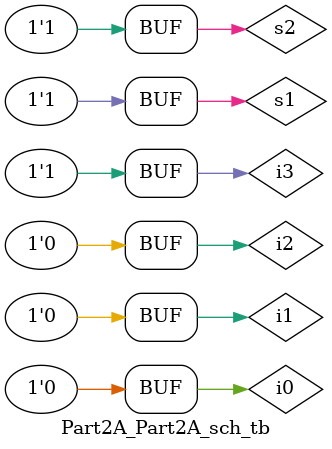
<source format=v>

`timescale 1ns / 1ps

module Part2A_Part2A_sch_tb();

// Inputs
   reg i0;
   reg i1;
   reg i2;
   reg i3;
   reg s2;
   reg s1;

// Output
   wire d;

// Bidirs

// Instantiate the UUT
   Part2A UUT (
		.i0(i0), 
		.i1(i1), 
		.i2(i2), 
		.i3(i3), 
		.s2(s2), 
		.s1(s1), 
		.d(d)
   );
// Initialize Inputs
   initial begin
	i0 = 1;
	i1 = 0;
	i2 = 0;
	i3 = 0;
	s1 = 0;
	s2 = 0;
	#100;
	$display("TC-i0");
	if(d != i0)$display("Result is wrong");
	
	i0 = 0;
	i1 = 1;
	i2 = 0;
	i3 = 0;
	s1 = 0;
	s2 = 1;
	#100;
	$display("TC-i1");
	if(d != i1)$display("Result is wrong");
	
	i0 = 0;
	i1 = 0;
	i2 = 1;
	i3 = 0;
	s1 = 1;
	s2 = 0;
	#100;
	$display("TC-i2");
	if(d != i2)$display("Result is wrong");
	
	i0 = 0;
	i1 = 0;
	i2 = 0;
	i3 = 1;
	s1 = 1;
	s2 = 1;
	#100;
	$display("TC-i3");
	if(d != i3)$display("Result is wrong");
end
	
endmodule 
</source>
